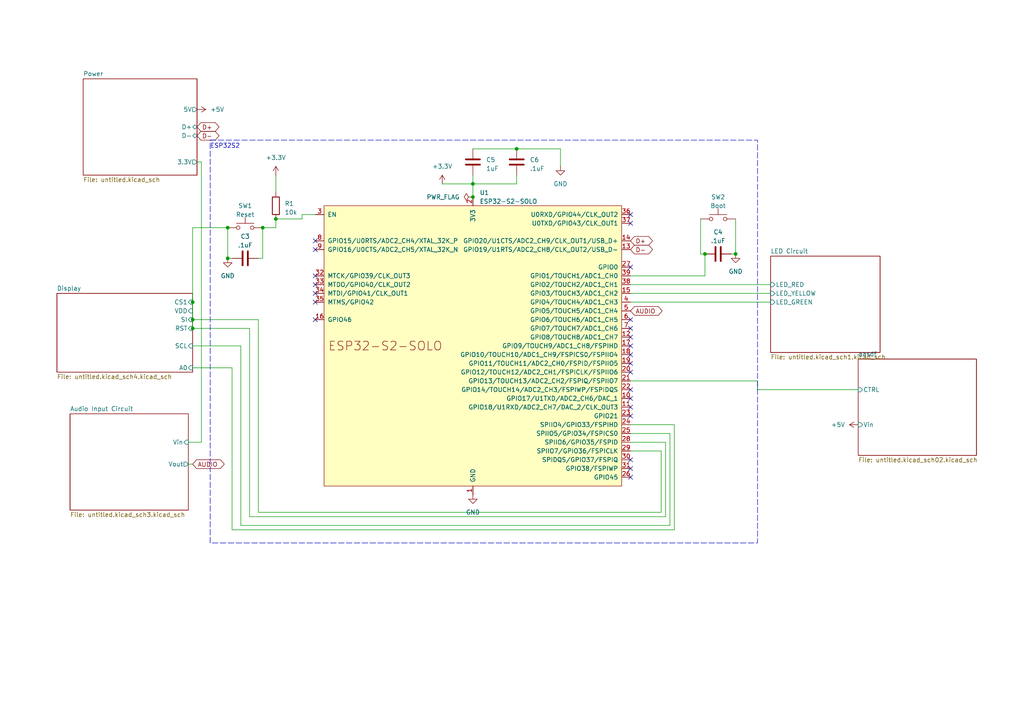
<source format=kicad_sch>
(kicad_sch (version 20250114) (generator "eeschema") (generator_version "9.0")
  (paper "A4")
  (lib_symbols
    (symbol "+3.3V_1" (power) (pin_numbers (hide yes)) (pin_names (offset 0) (hide yes))
      (property "Value" "+3.3V" (at 0 3.556 0))
      (symbol "+3.3V_1_0_1"
        (polyline (pts (xy -0.762 1.27) (xy 0 2.54)))
        (polyline (pts (xy 0 2.54) (xy 0.762 1.27)))
        (polyline (pts (xy 0 0) (xy 0 2.54)))
      )
      (symbol "+3.3V_1_1_1"
        (pin power_in line (at 0 0 90) (length 0) (name "~") (number "1"))
      )
    )
    (symbol "Device:C" (pin_numbers (hide yes)) (pin_names (offset 0.254))
      (property "Reference" "C" (at 0.635 2.54 0))
      (property "Value" "C" (at 0.635 -2.54 0))
      (symbol "C_0_1"
        (polyline (pts (xy -2.032 0.762) (xy 2.032 0.762)) (stroke (width 0.508)))
        (polyline (pts (xy -2.032 -0.762) (xy 2.032 -0.762)) (stroke (width 0.508)))
      )
      (symbol "C_1_1"
        (pin passive line (at 0 3.81 270) (length 2.794) (name "~") (number "1"))
        (pin passive line (at 0 -3.81 90) (length 2.794) (name "~") (number "2"))
      )
    )
    (symbol "Device:R" (pin_numbers (hide yes)) (pin_names (offset 0))
      (property "Reference" "R" (at 2.032 0 90))
      (property "Value" "R" (at 0 0 90))
      (symbol "R_0_1"
        (rectangle (start -1.016 -2.54) (end 1.016 2.54) (stroke (width 0.254)))
      )
      (symbol "R_1_1"
        (pin passive line (at 0 3.81 270) (length 1.27) (name "~") (number "1"))
        (pin passive line (at 0 -3.81 90) (length 1.27) (name "~") (number "2"))
      )
    )
    (symbol "GND_1" (power) (pin_numbers (hide yes)) (pin_names (offset 0) (hide yes))
      (property "Value" "GND" (at 0 -3.81 0))
      (symbol "GND_1_0_1"
        (polyline (pts (xy 0 0) (xy 0 -1.27) (xy 1.27 -1.27) (xy 0 -2.54) (xy -1.27 -1.27) (xy 0 -1.27)))
      )
      (symbol "GND_1_1_1"
        (pin power_in line (at 0 0 270) (length 0) (name "~") (number "1"))
      )
    )
    (symbol "Switch:SW_Omron_B3FS" (pin_numbers (hide yes)) (pin_names (offset 1.016) (hide yes))
      (property "Reference" "SW" (at 1.27 2.54 0))
      (property "Value" "SW_Omron_B3FS" (at 0 -1.524 0))
      (symbol "SW_Omron_B3FS_0_1"
        (circle (center -2.032 0) (radius 0.508))
        (polyline (pts (xy 0 1.27) (xy 0 3.048)))
        (circle (center 2.032 0) (radius 0.508))
        (polyline (pts (xy 2.54 1.27) (xy -2.54 1.27)))
        (pin passive line (at -5.08 0 0) (length 2.54) (name "1") (number "1"))
        (pin passive line (at 5.08 0 180) (length 2.54) (name "2") (number "2"))
      )
    )
    (symbol "esp32:ESP32-S2-SOLO" (pin_names (offset 1.016))
      (property "Reference" "U" (at -43.18 45.72 0))
      (property "Value" "ESP32-S2-SOLO" (at -43.18 43.18 0))
      (symbol "ESP32-S2-SOLO_0_1"
        (rectangle (start -43.18 40.64) (end 43.18 -40.64) (fill (type background)))
      )
      (symbol "ESP32-S2-SOLO_1_1"
        (text "ESP32-S2-SOLO" (at -25.4 0 0) (effects (font (size 2.54 2.54))))
        (pin bidirectional line (at -45.72 38.1 0) (length 2.54) (name "EN") (number "3"))
        (pin bidirectional line (at -45.72 30.48 0) (length 2.54) (name "GPIO15/U0RTS/ADC2_CH4/XTAL_32K_P") (number "8"))
        (pin bidirectional line (at -45.72 27.94 0) (length 2.54) (name "GPIO16/U0CTS/ADC2_CH5/XTAL_32K_N") (number "9"))
        (pin bidirectional line (at -45.72 20.32 0) (length 2.54) (name "MTCK/GPIO39/CLK_OUT3") (number "32"))
        (pin bidirectional line (at -45.72 17.78 0) (length 2.54) (name "MTDO/GPIO40/CLK_OUT2") (number "33"))
        (pin bidirectional line (at -45.72 15.24 0) (length 2.54) (name "MTDI/GPIO41/CLK_OUT1") (number "34"))
        (pin bidirectional line (at -45.72 12.7 0) (length 2.54) (name "MTMS/GPIO42") (number "35"))
        (pin input line (at -45.72 7.62 0) (length 2.54) (name "GPIO46") (number "16"))
        (pin power_in line (at 0 43.18 270) (length 2.54) (name "3V3") (number "2"))
        (pin power_in line (at 0 -43.18 90) (length 2.54) (name "GND") (number "1"))
        (pin passive line (at 0 -43.18 90) (length 2.54) (hide yes) (name "GND") (number "40"))
        (pin passive line (at 0 -43.18 90) (length 2.54) (hide yes) (name "GND") (number "41"))
        (pin bidirectional line (at 45.72 38.1 180) (length 2.54) (name "U0RXD/GPIO44/CLK_OUT2") (number "36"))
        (pin bidirectional line (at 45.72 35.56 180) (length 2.54) (name "U0TXD/GPIO43/CLK_OUT1") (number "37"))
        (pin bidirectional line (at 45.72 30.48 180) (length 2.54) (name "GPIO20/U1CTS/ADC2_CH9/CLK_OUT1/USB_D+") (number "14"))
        (pin bidirectional line (at 45.72 27.94 180) (length 2.54) (name "GPIO19/U1RTS/ADC2_CH8/CLK_OUT2/USB_D-") (number "13"))
        (pin bidirectional line (at 45.72 22.86 180) (length 2.54) (name "GPIO0") (number "27"))
        (pin bidirectional line (at 45.72 20.32 180) (length 2.54) (name "GPIO1/TOUCH1/ADC1_CH0") (number "39"))
        (pin bidirectional line (at 45.72 17.78 180) (length 2.54) (name "GPIO2/TOUCH2/ADC1_CH1") (number "38"))
        (pin bidirectional line (at 45.72 15.24 180) (length 2.54) (name "GPIO3/TOUCH3/ADC1_CH2") (number "15"))
        (pin bidirectional line (at 45.72 12.7 180) (length 2.54) (name "GPIO4/TOUCH4/ADC1_CH3") (number "4"))
        (pin bidirectional line (at 45.72 10.16 180) (length 2.54) (name "GPIO5/TOUCH5/ADC1_CH4") (number "5"))
        (pin bidirectional line (at 45.72 7.62 180) (length 2.54) (name "GPIO6/TOUCH6/ADC1_CH5") (number "6"))
        (pin bidirectional line (at 45.72 5.08 180) (length 2.54) (name "GPIO7/TOUCH7/ADC1_CH6") (number "7"))
        (pin bidirectional line (at 45.72 2.54 180) (length 2.54) (name "GPIO8/TOUCH8/ADC1_CH7") (number "12"))
        (pin bidirectional line (at 45.72 0 180) (length 2.54) (name "GPIO9/TOUCH9/ADC1_CH8/FSPIHD") (number "17"))
        (pin bidirectional line (at 45.72 -2.54 180) (length 2.54) (name "GPIO10/TOUCH10/ADC1_CH9/FSPICS0/FSPIIO4") (number "18"))
        (pin bidirectional line (at 45.72 -5.08 180) (length 2.54) (name "GPIO11/TOUCH11/ADC2_CH0/FSPID/FSPIIO5") (number "19"))
        (pin bidirectional line (at 45.72 -7.62 180) (length 2.54) (name "GPIO12/TOUCH12/ADC2_CH1/FSPICLK/FSPIIO6") (number "20"))
        (pin bidirectional line (at 45.72 -10.16 180) (length 2.54) (name "GPIO13/TOUCH13/ADC2_CH2/FSPIQ/FSPIIO7") (number "21"))
        (pin bidirectional line (at 45.72 -12.7 180) (length 2.54) (name "GPIO14/TOUCH14/ADC2_CH3/FSPIWP/FSPIDQS") (number "22"))
        (pin bidirectional line (at 45.72 -15.24 180) (length 2.54) (name "GPIO17/U1TXD/ADC2_CH6/DAC_1") (number "10"))
        (pin bidirectional line (at 45.72 -17.78 180) (length 2.54) (name "GPIO18/U1RXD/ADC2_CH7/DAC_2/CLK_OUT3") (number "11"))
        (pin bidirectional line (at 45.72 -20.32 180) (length 2.54) (name "GPIO21") (number "23"))
        (pin bidirectional line (at 45.72 -22.86 180) (length 2.54) (name "SPIIO4/GPIO33/FSPIHD") (number "24"))
        (pin bidirectional line (at 45.72 -25.4 180) (length 2.54) (name "SPIIO5/GPIO34/FSPICS0") (number "25"))
        (pin bidirectional line (at 45.72 -27.94 180) (length 2.54) (name "SPIIO6/GPIO35/FSPID") (number "28"))
        (pin bidirectional line (at 45.72 -30.48 180) (length 2.54) (name "SPIIO7/GPIO36/FSPICLK") (number "29"))
        (pin bidirectional line (at 45.72 -33.02 180) (length 2.54) (name "SPIDQS/GPIO37/FSPIQ") (number "30"))
        (pin bidirectional line (at 45.72 -35.56 180) (length 2.54) (name "GPIO38/FSPIWP") (number "31"))
        (pin bidirectional line (at 45.72 -38.1 180) (length 2.54) (name "GPIO45") (number "26"))
      )
    )
    (symbol "power:+5V" (power) (pin_numbers (hide yes)) (pin_names (offset 0) (hide yes))
      (property "Value" "+5V" (at 0 3.556 0))
      (symbol "+5V_0_1"
        (polyline (pts (xy -0.762 1.27) (xy 0 2.54)))
        (polyline (pts (xy 0 2.54) (xy 0.762 1.27)))
        (polyline (pts (xy 0 0) (xy 0 2.54)))
      )
      (symbol "+5V_1_1"
        (pin power_in line (at 0 0 90) (length 0) (name "~") (number "1"))
      )
    )
    (symbol "power:PWR_FLAG" (power) (pin_numbers (hide yes)) (pin_names (offset 0) (hide yes))
      (property "Value" "PWR_FLAG" (at 0 3.81 0))
      (symbol "PWR_FLAG_0_0"
        (pin power_out line (at 0 0 90) (length 0) (name "~") (number "1"))
      )
      (symbol "PWR_FLAG_0_1"
        (polyline (pts (xy 0 0) (xy 0 1.27) (xy -1.016 1.905) (xy 0 2.54) (xy 1.016 1.905) (xy 0 1.27)))
      )
    )
  )
  (rectangle (start 60.96 40.64) (end 219.71 157.48) (stroke (width 0) (type dash)))
  (text "ESP32S2" (at 60.96 43.18 0) (effects (font (size 1.27 1.27)) (justify left bottom)))
  (junction (at 149.86 43.18))
  (junction (at 66.04 66.04))
  (junction (at 55.88 95.25))
  (junction (at 55.88 92.71))
  (junction (at 137.16 53.34))
  (junction (at 213.36 73.66))
  (junction (at 80.01 63.5))
  (junction (at 76.2 66.04))
  (junction (at 137.16 57.15))
  (junction (at 55.88 87.63))
  (junction (at 66.04 74.93))
  (junction (at 204.47 73.66))
  (no_connect (at 182.88 118.11))
  (no_connect (at 182.88 102.87))
  (no_connect (at 182.88 62.23))
  (no_connect (at 182.88 135.89))
  (no_connect (at 182.88 133.35))
  (no_connect (at 182.88 120.65))
  (no_connect (at 182.88 97.79))
  (no_connect (at 182.88 113.03))
  (no_connect (at 182.88 107.95))
  (no_connect (at 182.88 100.33))
  (no_connect (at 91.44 80.01))
  (no_connect (at 91.44 82.55))
  (no_connect (at 182.88 77.47))
  (no_connect (at 182.88 105.41))
  (no_connect (at 182.88 92.71))
  (no_connect (at 91.44 69.85))
  (no_connect (at 91.44 72.39))
  (no_connect (at 182.88 115.57))
  (no_connect (at 91.44 85.09))
  (no_connect (at 182.88 138.43))
  (no_connect (at 182.88 95.25))
  (no_connect (at 91.44 87.63))
  (no_connect (at 91.44 92.71))
  (no_connect (at 182.88 64.77))
  (wire (pts (xy 194.31 125.73) (xy 182.88 125.73)))
  (wire (pts (xy 76.2 66.04) (xy 76.2 74.93)))
  (wire (pts (xy 137.16 43.18) (xy 149.86 43.18)))
  (wire (pts (xy 67.31 74.93) (xy 66.04 74.93)))
  (wire (pts (xy 74.93 74.93) (xy 76.2 74.93)))
  (wire (pts (xy 58.42 128.27) (xy 54.61 128.27)))
  (wire (pts (xy 67.31 106.68) (xy 67.31 153.67)))
  (wire (pts (xy 219.71 113.03) (xy 219.71 110.49)))
  (wire (pts (xy 149.86 43.18) (xy 162.56 43.18)))
  (wire (pts (xy 204.47 73.66) (xy 203.2 73.66)))
  (wire (pts (xy 182.88 87.63) (xy 223.52 87.63)))
  (wire (pts (xy 213.36 73.66) (xy 212.09 73.66)))
  (wire (pts (xy 80.01 50.8) (xy 80.01 55.88)))
  (wire (pts (xy 55.88 66.04) (xy 66.04 66.04)))
  (wire (pts (xy 182.88 123.19) (xy 195.58 123.19)))
  (wire (pts (xy 72.39 95.25) (xy 72.39 149.86)))
  (wire (pts (xy 162.56 43.18) (xy 162.56 48.26)))
  (wire (pts (xy 87.63 63.5) (xy 87.63 62.23)))
  (wire (pts (xy 66.04 74.93) (xy 66.04 66.04)))
  (wire (pts (xy 55.88 100.33) (xy 69.85 100.33)))
  (wire (pts (xy 204.47 73.66) (xy 204.47 80.01)))
  (wire (pts (xy 182.88 128.27) (xy 193.04 128.27)))
  (wire (pts (xy 69.85 152.4) (xy 194.31 152.4)))
  (wire (pts (xy 182.88 80.01) (xy 204.47 80.01)))
  (wire (pts (xy 55.88 66.04) (xy 55.88 87.63)))
  (wire (pts (xy 55.88 134.62) (xy 54.61 134.62)))
  (wire (pts (xy 58.42 46.99) (xy 57.15 46.99)))
  (wire (pts (xy 58.42 46.99) (xy 58.42 128.27)))
  (wire (pts (xy 87.63 62.23) (xy 91.44 62.23)))
  (wire (pts (xy 55.88 95.25) (xy 72.39 95.25)))
  (wire (pts (xy 137.16 53.34) (xy 137.16 57.15)))
  (wire (pts (xy 55.88 106.68) (xy 67.31 106.68)))
  (wire (pts (xy 69.85 100.33) (xy 69.85 152.4)))
  (wire (pts (xy 213.36 63.5) (xy 213.36 73.66)))
  (wire (pts (xy 194.31 152.4) (xy 194.31 125.73)))
  (wire (pts (xy 149.86 53.34) (xy 137.16 53.34)))
  (wire (pts (xy 191.77 148.59) (xy 191.77 130.81)))
  (wire (pts (xy 80.01 63.5) (xy 80.01 66.04)))
  (wire (pts (xy 74.93 92.71) (xy 74.93 148.59)))
  (wire (pts (xy 137.16 50.8) (xy 137.16 53.34)))
  (wire (pts (xy 74.93 148.59) (xy 191.77 148.59)))
  (wire (pts (xy 203.2 63.5) (xy 203.2 73.66)))
  (wire (pts (xy 182.88 82.55) (xy 223.52 82.55)))
  (wire (pts (xy 182.88 85.09) (xy 223.52 85.09)))
  (wire (pts (xy 55.88 95.25) (xy 55.88 92.71)))
  (wire (pts (xy 72.39 149.86) (xy 193.04 149.86)))
  (wire (pts (xy 182.88 130.81) (xy 191.77 130.81)))
  (wire (pts (xy 55.88 87.63) (xy 55.88 92.71)))
  (wire (pts (xy 55.88 92.71) (xy 74.93 92.71)))
  (wire (pts (xy 193.04 149.86) (xy 193.04 128.27)))
  (wire (pts (xy 128.27 53.34) (xy 137.16 53.34)))
  (wire (pts (xy 219.71 113.03) (xy 248.92 113.03)))
  (wire (pts (xy 67.31 153.67) (xy 195.58 153.67)))
  (wire (pts (xy 80.01 66.04) (xy 76.2 66.04)))
  (wire (pts (xy 219.71 110.49) (xy 182.88 110.49)))
  (wire (pts (xy 195.58 153.67) (xy 195.58 123.19)))
  (wire (pts (xy 149.86 50.8) (xy 149.86 53.34)))
  (wire (pts (xy 80.01 63.5) (xy 87.63 63.5)))
  (global_label "D+" (shape bidirectional) (at 57.15 36.83 0) (property "Intersheetrefs" "${INTERSHEET_REFS}" (effects (hide yes))))
  (global_label "D-" (shape bidirectional) (at 182.88 72.39 0) (property "Intersheetrefs" "${INTERSHEET_REFS}" (effects (hide yes))))
  (global_label "D-" (shape bidirectional) (at 57.15 39.37 0) (property "Intersheetrefs" "${INTERSHEET_REFS}" (effects (hide yes))))
  (global_label "AUDIO" (shape bidirectional) (at 55.88 134.62 0) (property "Intersheetrefs" "${INTERSHEET_REFS}" (effects (hide yes))))
  (global_label "D+" (shape bidirectional) (at 182.88 69.85 0) (property "Intersheetrefs" "${INTERSHEET_REFS}" (effects (hide yes))))
  (global_label "AUDIO" (shape bidirectional) (at 182.88 90.17 0) (property "Intersheetrefs" "${INTERSHEET_REFS}" (effects (hide yes))))
  (symbol (lib_id "power:+5V") (at 248.92 123.19 90) (unit 1)
    (property "Reference" "#PWR028" (effects (hide yes)))
    (property "Value" "+5V" (at 245.11 123.1899 90) (effects (justify left)))
    (property "Description" "Power symbol creates a global label with name \"+5V\"" (effects (hide yes)))
  )
  (symbol (lib_name "GND_1") (lib_id "power:GND") (at 213.36 73.66 0) (unit 1)
    (property "Reference" "#PWR07" (effects (hide yes)))
    (property "Value" "GND" (at 213.36 78.74 0))
    (property "Description" "Power symbol creates a global label with name \"GND\" , ground" (effects (hide yes)))
  )
  (symbol (lib_id "Device:C") (at 137.16 46.99 0) (unit 1)
    (property "Reference" "C5" (at 140.97 46.355 0) (effects (justify left)))
    (property "Value" "1uF" (at 140.97 48.895 0) (effects (justify left)))
  )
  (symbol (lib_id "Switch:SW_Omron_B3FS") (at 208.28 63.5 0) (unit 1)
    (property "Reference" "SW2" (at 208.28 57.15 0))
    (property "Value" "Boot" (at 208.28 59.69 0))
    (property "Datasheet" "https://omronfs.omron.com/en_US/ecb/products/pdf/en-b3fs.pdf" (effects (hide yes)))
  )
  (symbol (lib_id "esp32:ESP32-S2-SOLO") (at 137.16 100.33 0) (unit 1)
    (property "Reference" "U1" (at 139.1159 55.88 0) (effects (justify left)))
    (property "Value" "ESP32-S2-SOLO" (at 139.1159 58.42 0) (effects (justify left)))
    (property "Footprint" "PCM_Espressif:ESP32-S2-SOLO" (effects (hide yes)))
    (property "Datasheet" "https://www.espressif.com/sites/default/files/documentation/esp32-s2-solo_esp32-s2-solo-u_datasheet_en.pdf" (effects (hide yes)))
  )
  (symbol (lib_id "Device:C") (at 208.28 73.66 90) (unit 1)
    (property "Reference" "C4" (at 208.28 67.31 90))
    (property "Value" ".1uF" (at 208.28 69.85 90))
  )
  (symbol (lib_name "GND_1") (lib_id "power:GND") (at 162.56 48.26 0) (unit 1)
    (property "Reference" "#PWR011" (effects (hide yes)))
    (property "Value" "GND" (at 162.56 53.34 0))
    (property "Description" "Power symbol creates a global label with name \"GND\" , ground" (effects (hide yes)))
  )
  (symbol (lib_id "Device:C") (at 71.12 74.93 90) (unit 1)
    (property "Reference" "C3" (at 71.12 68.58 90))
    (property "Value" ".1uF" (at 71.12 71.12 90))
  )
  (symbol (lib_id "Device:R") (at 80.01 59.69 0) (unit 1)
    (property "Reference" "R1" (at 82.55 59.055 0) (effects (justify left)))
    (property "Value" "10k" (at 82.55 61.595 0) (effects (justify left)))
  )
  (symbol (lib_id "Device:C") (at 149.86 46.99 0) (unit 1)
    (property "Reference" "C6" (at 153.67 46.355 0) (effects (justify left)))
    (property "Value" ".1uF" (at 153.67 48.895 0) (effects (justify left)))
  )
  (symbol (lib_name "+3.3V_1") (lib_id "power:+3.3V") (at 80.01 50.8 0) (unit 1)
    (property "Reference" "#PWR033" (effects (hide yes)))
    (property "Value" "+3.3V" (at 80.01 45.72 0))
    (property "Description" "Power symbol creates a global label with name \"+3.3V\"" (effects (hide yes)))
  )
  (symbol (lib_id "power:PWR_FLAG") (at 137.16 57.15 90) (unit 1)
    (property "Reference" "#FLG07" (effects (hide yes)))
    (property "Value" "PWR_FLAG" (at 133.35 57.1499 90) (effects (justify left)))
    (property "Description" "Special symbol for telling ERC where power comes from" (effects (hide yes)))
  )
  (symbol (lib_id "Switch:SW_Omron_B3FS") (at 71.12 66.04 0) (unit 1)
    (property "Reference" "SW1" (at 71.12 59.69 0))
    (property "Value" "Reset" (at 71.12 62.23 0))
    (property "Datasheet" "https://omronfs.omron.com/en_US/ecb/products/pdf/en-b3fs.pdf" (effects (hide yes)))
  )
  (symbol (lib_id "power:+5V") (at 57.15 31.75 270) (unit 1)
    (property "Reference" "#PWR026" (effects (hide yes)))
    (property "Value" "+5V" (at 60.96 31.7499 90) (effects (justify left)))
    (property "Description" "Power symbol creates a global label with name \"+5V\"" (effects (hide yes)))
  )
  (symbol (lib_name "GND_1") (lib_id "power:GND") (at 137.16 143.51 0) (unit 1)
    (property "Reference" "#PWR06" (effects (hide yes)))
    (property "Value" "GND" (at 137.16 148.59 0))
    (property "Description" "Power symbol creates a global label with name \"GND\" , ground" (effects (hide yes)))
  )
  (symbol (lib_name "GND_1") (lib_id "power:GND") (at 66.04 74.93 0) (unit 1)
    (property "Reference" "#PWR09" (effects (hide yes)))
    (property "Value" "GND" (at 66.04 80.01 0))
    (property "Description" "Power symbol creates a global label with name \"GND\" , ground" (effects (hide yes)))
  )
  (symbol (lib_name "+3.3V_1") (lib_id "power:+3.3V") (at 128.27 53.34 0) (unit 1)
    (property "Reference" "#PWR034" (effects (hide yes)))
    (property "Value" "+3.3V" (at 128.27 48.26 0))
    (property "Description" "Power symbol creates a global label with name \"+3.3V\"" (effects (hide yes)))
  )
  (sheet (at 223.52 74.295) (size 31.75 27.94) (stroke (width 0.1524))
    (property "Sheetname" "LED Circuit" (at 223.52 73.5834 0) (effects (justify left bottom)))
    (property "Sheetfile" "untitled.kicad_sch1.kicad_sch" (at 223.52 102.8196 0) (effects (justify left top)))
    (pin "LED_RED" input (at 223.52 82.55 180))
    (pin "LED_GREEN" input (at 223.52 87.63 180))
    (pin "LED_YELLOW" input (at 223.52 85.09 180))
  )
  (sheet (at 16.51 85.09) (size 39.37 22.86) (stroke (width 0.1524))
    (property "Sheetname" "Display" (at 16.51 84.3784 0) (effects (justify left bottom)))
    (property "Sheetfile" "untitled.kicad_sch4.kicad_sch" (at 16.51 108.5346 0) (effects (justify left top)))
    (pin "CS1" input (at 55.88 87.63 0))
    (pin "VDD" input (at 55.88 90.17 0))
    (pin "SI" input (at 55.88 92.71 0))
    (pin "RST" input (at 55.88 95.25 0))
    (pin "A0" input (at 55.88 106.68 0))
    (pin "SCL" input (at 55.88 100.33 0))
  )
  (sheet (at 20.32 120.015) (size 34.29 27.94) (stroke (width 0.1524))
    (property "Sheetname" "Audio Input Circuit" (at 20.32 119.3034 0) (effects (justify left bottom)))
    (property "Sheetfile" "untitled.kicad_sch3.kicad_sch" (at 20.32 148.5396 0) (effects (justify left top)))
    (pin "Vin" input (at 54.61 128.27 0))
    (pin "Vout" output (at 54.61 134.62 0))
  )
  (sheet (at 24.13 22.86) (size 33.02 27.94) (stroke (width 0.1524))
    (property "Sheetname" "Power" (at 24.13 22.1484 0) (effects (justify left bottom)))
    (property "Sheetfile" "untitled.kicad_sch" (at 24.13 51.3846 0) (effects (justify left top)))
    (pin "3.3V" output (at 57.15 46.99 0))
    (pin "5V" output (at 57.15 31.75 0))
    (pin "D+" bidirectional (at 57.15 36.83 0))
    (pin "D-" bidirectional (at 57.15 39.37 0))
  )
  (sheet (at 248.92 104.14) (size 34.29 27.94) (stroke (width 0.1524))
    (property "Sheetname" "aasdf" (at 248.92 103.4284 0) (effects (justify left bottom)))
    (property "Sheetfile" "untitled.kicad_sch02.kicad_sch" (at 248.92 132.6646 0) (effects (justify left top)))
    (pin "CTRL" input (at 248.92 113.03 180))
    (pin "Vin" input (at 248.92 123.19 180))
  )
)
</source>
